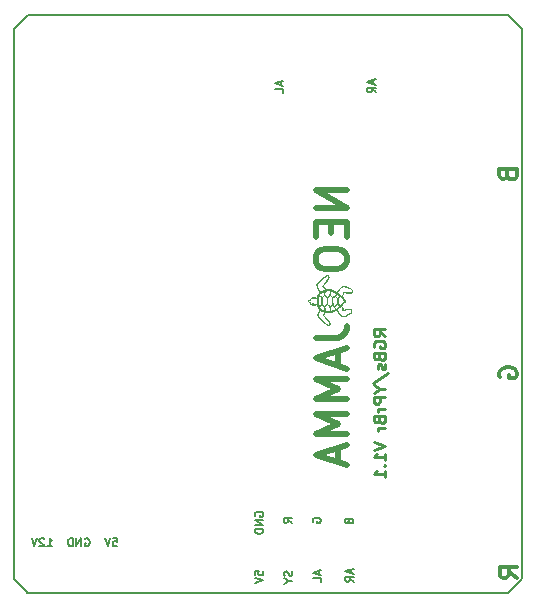
<source format=gbo>
G04 #@! TF.FileFunction,Legend,Bot*
%FSLAX46Y46*%
G04 Gerber Fmt 4.6, Leading zero omitted, Abs format (unit mm)*
G04 Created by KiCad (PCBNEW 4.0.7) date 03/11/20 10:05:13*
%MOMM*%
%LPD*%
G01*
G04 APERTURE LIST*
%ADD10C,0.100000*%
%ADD11C,0.175000*%
%ADD12C,0.250000*%
%ADD13C,0.500000*%
%ADD14C,0.150000*%
%ADD15C,0.300000*%
%ADD16C,0.010000*%
G04 APERTURE END LIST*
D10*
D11*
X139433333Y-92649667D02*
X139766666Y-92649667D01*
X139800000Y-92983000D01*
X139766666Y-92949667D01*
X139700000Y-92916333D01*
X139533333Y-92916333D01*
X139466666Y-92949667D01*
X139433333Y-92983000D01*
X139400000Y-93049667D01*
X139400000Y-93216333D01*
X139433333Y-93283000D01*
X139466666Y-93316333D01*
X139533333Y-93349667D01*
X139700000Y-93349667D01*
X139766666Y-93316333D01*
X139800000Y-93283000D01*
X139199999Y-92649667D02*
X138966666Y-93349667D01*
X138733333Y-92649667D01*
X137066667Y-92683000D02*
X137133333Y-92649667D01*
X137233333Y-92649667D01*
X137333333Y-92683000D01*
X137400000Y-92749667D01*
X137433333Y-92816333D01*
X137466667Y-92949667D01*
X137466667Y-93049667D01*
X137433333Y-93183000D01*
X137400000Y-93249667D01*
X137333333Y-93316333D01*
X137233333Y-93349667D01*
X137166667Y-93349667D01*
X137066667Y-93316333D01*
X137033333Y-93283000D01*
X137033333Y-93049667D01*
X137166667Y-93049667D01*
X136733333Y-93349667D02*
X136733333Y-92649667D01*
X136333333Y-93349667D01*
X136333333Y-92649667D01*
X136000000Y-93349667D02*
X136000000Y-92649667D01*
X135833334Y-92649667D01*
X135733334Y-92683000D01*
X135666667Y-92749667D01*
X135633334Y-92816333D01*
X135600000Y-92949667D01*
X135600000Y-93049667D01*
X135633334Y-93183000D01*
X135666667Y-93249667D01*
X135733334Y-93316333D01*
X135833334Y-93349667D01*
X136000000Y-93349667D01*
X133866668Y-93349667D02*
X134266668Y-93349667D01*
X134066668Y-93349667D02*
X134066668Y-92649667D01*
X134133334Y-92749667D01*
X134200001Y-92816333D01*
X134266668Y-92849667D01*
X133600001Y-92716333D02*
X133566667Y-92683000D01*
X133500001Y-92649667D01*
X133333334Y-92649667D01*
X133266667Y-92683000D01*
X133233334Y-92716333D01*
X133200001Y-92783000D01*
X133200001Y-92849667D01*
X133233334Y-92949667D01*
X133633334Y-93349667D01*
X133200001Y-93349667D01*
X133000000Y-92649667D02*
X132766667Y-93349667D01*
X132533334Y-92649667D01*
D12*
X162499381Y-75547333D02*
X162023190Y-75213999D01*
X162499381Y-74975904D02*
X161499381Y-74975904D01*
X161499381Y-75356857D01*
X161547000Y-75452095D01*
X161594619Y-75499714D01*
X161689857Y-75547333D01*
X161832714Y-75547333D01*
X161927952Y-75499714D01*
X161975571Y-75452095D01*
X162023190Y-75356857D01*
X162023190Y-74975904D01*
X161547000Y-76499714D02*
X161499381Y-76404476D01*
X161499381Y-76261619D01*
X161547000Y-76118761D01*
X161642238Y-76023523D01*
X161737476Y-75975904D01*
X161927952Y-75928285D01*
X162070810Y-75928285D01*
X162261286Y-75975904D01*
X162356524Y-76023523D01*
X162451762Y-76118761D01*
X162499381Y-76261619D01*
X162499381Y-76356857D01*
X162451762Y-76499714D01*
X162404143Y-76547333D01*
X162070810Y-76547333D01*
X162070810Y-76356857D01*
X161975571Y-77309238D02*
X162023190Y-77452095D01*
X162070810Y-77499714D01*
X162166048Y-77547333D01*
X162308905Y-77547333D01*
X162404143Y-77499714D01*
X162451762Y-77452095D01*
X162499381Y-77356857D01*
X162499381Y-76975904D01*
X161499381Y-76975904D01*
X161499381Y-77309238D01*
X161547000Y-77404476D01*
X161594619Y-77452095D01*
X161689857Y-77499714D01*
X161785095Y-77499714D01*
X161880333Y-77452095D01*
X161927952Y-77404476D01*
X161975571Y-77309238D01*
X161975571Y-76975904D01*
X162451762Y-77928285D02*
X162499381Y-78023523D01*
X162499381Y-78213999D01*
X162451762Y-78309238D01*
X162356524Y-78356857D01*
X162308905Y-78356857D01*
X162213667Y-78309238D01*
X162166048Y-78213999D01*
X162166048Y-78071142D01*
X162118429Y-77975904D01*
X162023190Y-77928285D01*
X161975571Y-77928285D01*
X161880333Y-77975904D01*
X161832714Y-78071142D01*
X161832714Y-78213999D01*
X161880333Y-78309238D01*
X161451762Y-79499714D02*
X162737476Y-78642571D01*
X162023190Y-80023523D02*
X162499381Y-80023523D01*
X161499381Y-79690190D02*
X162023190Y-80023523D01*
X161499381Y-80356857D01*
X162499381Y-80690190D02*
X161499381Y-80690190D01*
X161499381Y-81071143D01*
X161547000Y-81166381D01*
X161594619Y-81214000D01*
X161689857Y-81261619D01*
X161832714Y-81261619D01*
X161927952Y-81214000D01*
X161975571Y-81166381D01*
X162023190Y-81071143D01*
X162023190Y-80690190D01*
X162499381Y-81690190D02*
X161832714Y-81690190D01*
X162023190Y-81690190D02*
X161927952Y-81737809D01*
X161880333Y-81785428D01*
X161832714Y-81880666D01*
X161832714Y-81975905D01*
X161975571Y-82642572D02*
X162023190Y-82785429D01*
X162070810Y-82833048D01*
X162166048Y-82880667D01*
X162308905Y-82880667D01*
X162404143Y-82833048D01*
X162451762Y-82785429D01*
X162499381Y-82690191D01*
X162499381Y-82309238D01*
X161499381Y-82309238D01*
X161499381Y-82642572D01*
X161547000Y-82737810D01*
X161594619Y-82785429D01*
X161689857Y-82833048D01*
X161785095Y-82833048D01*
X161880333Y-82785429D01*
X161927952Y-82737810D01*
X161975571Y-82642572D01*
X161975571Y-82309238D01*
X162499381Y-83309238D02*
X161832714Y-83309238D01*
X162023190Y-83309238D02*
X161927952Y-83356857D01*
X161880333Y-83404476D01*
X161832714Y-83499714D01*
X161832714Y-83594953D01*
X161499381Y-84547334D02*
X162499381Y-84880667D01*
X161499381Y-85214001D01*
X162499381Y-86071144D02*
X162499381Y-85499715D01*
X162499381Y-85785429D02*
X161499381Y-85785429D01*
X161642238Y-85690191D01*
X161737476Y-85594953D01*
X161785095Y-85499715D01*
X162404143Y-86499715D02*
X162451762Y-86547334D01*
X162499381Y-86499715D01*
X162451762Y-86452096D01*
X162404143Y-86499715D01*
X162499381Y-86499715D01*
X162499381Y-87499715D02*
X162499381Y-86928286D01*
X162499381Y-87214000D02*
X161499381Y-87214000D01*
X161642238Y-87118762D01*
X161737476Y-87023524D01*
X161785095Y-86928286D01*
D13*
X159205190Y-63187620D02*
X156605190Y-63187620D01*
X159205190Y-64673334D01*
X156605190Y-64673334D01*
X157843286Y-65911430D02*
X157843286Y-66778096D01*
X159205190Y-67149525D02*
X159205190Y-65911430D01*
X156605190Y-65911430D01*
X156605190Y-67149525D01*
X156605190Y-68759049D02*
X156605190Y-69254287D01*
X156729000Y-69501906D01*
X156976619Y-69749525D01*
X157471857Y-69873334D01*
X158338524Y-69873334D01*
X158833762Y-69749525D01*
X159081381Y-69501906D01*
X159205190Y-69254287D01*
X159205190Y-68759049D01*
X159081381Y-68511430D01*
X158833762Y-68263811D01*
X158338524Y-68140001D01*
X157471857Y-68140001D01*
X156976619Y-68263811D01*
X156729000Y-68511430D01*
X156605190Y-68759049D01*
X156605190Y-75692382D02*
X158462333Y-75692382D01*
X158833762Y-75568572D01*
X159081381Y-75320953D01*
X159205190Y-74949525D01*
X159205190Y-74701906D01*
X158462333Y-76806667D02*
X158462333Y-78044762D01*
X159205190Y-76559048D02*
X156605190Y-77425715D01*
X159205190Y-78292381D01*
X159205190Y-79159048D02*
X156605190Y-79159048D01*
X158462333Y-80025714D01*
X156605190Y-80892381D01*
X159205190Y-80892381D01*
X159205190Y-82130477D02*
X156605190Y-82130477D01*
X158462333Y-82997143D01*
X156605190Y-83863810D01*
X159205190Y-83863810D01*
X158462333Y-84978096D02*
X158462333Y-86216191D01*
X159205190Y-84730477D02*
X156605190Y-85597144D01*
X159205190Y-86463810D01*
D14*
X131026000Y-96098000D02*
X131026000Y-49570000D01*
X174088000Y-96056000D02*
X174088000Y-49528000D01*
X174089000Y-49537000D02*
X172910000Y-48358000D01*
X172895000Y-97257000D02*
X174069000Y-96083000D01*
X131048000Y-49542000D02*
X132222000Y-48368000D01*
X132196000Y-97261000D02*
X131017000Y-96082000D01*
X132188000Y-97260000D02*
X172878000Y-97260000D01*
X132213000Y-48369000D02*
X172903000Y-48369000D01*
D15*
X173662571Y-95988286D02*
X172948286Y-95488286D01*
X173662571Y-95131143D02*
X172162571Y-95131143D01*
X172162571Y-95702571D01*
X172234000Y-95845429D01*
X172305429Y-95916857D01*
X172448286Y-95988286D01*
X172662571Y-95988286D01*
X172805429Y-95916857D01*
X172876857Y-95845429D01*
X172948286Y-95702571D01*
X172948286Y-95131143D01*
X172209000Y-79030857D02*
X172137571Y-78888000D01*
X172137571Y-78673714D01*
X172209000Y-78459429D01*
X172351857Y-78316571D01*
X172494714Y-78245143D01*
X172780429Y-78173714D01*
X172994714Y-78173714D01*
X173280429Y-78245143D01*
X173423286Y-78316571D01*
X173566143Y-78459429D01*
X173637571Y-78673714D01*
X173637571Y-78816571D01*
X173566143Y-79030857D01*
X173494714Y-79102286D01*
X172994714Y-79102286D01*
X172994714Y-78816571D01*
D11*
X161457667Y-53862333D02*
X161457667Y-54195667D01*
X161657667Y-53795667D02*
X160957667Y-54029000D01*
X161657667Y-54262333D01*
X161657667Y-54895667D02*
X161324333Y-54662333D01*
X161657667Y-54495667D02*
X160957667Y-54495667D01*
X160957667Y-54762333D01*
X160991000Y-54829000D01*
X161024333Y-54862333D01*
X161091000Y-54895667D01*
X161191000Y-54895667D01*
X161257667Y-54862333D01*
X161291000Y-54829000D01*
X161324333Y-54762333D01*
X161324333Y-54495667D01*
X153657667Y-53980000D02*
X153657667Y-54313334D01*
X153857667Y-53913334D02*
X153157667Y-54146667D01*
X153857667Y-54380000D01*
X153857667Y-54946667D02*
X153857667Y-54613334D01*
X153157667Y-54613334D01*
X151462667Y-95755667D02*
X151462667Y-95422334D01*
X151796000Y-95389000D01*
X151762667Y-95422334D01*
X151729333Y-95489000D01*
X151729333Y-95655667D01*
X151762667Y-95722334D01*
X151796000Y-95755667D01*
X151862667Y-95789000D01*
X152029333Y-95789000D01*
X152096000Y-95755667D01*
X152129333Y-95722334D01*
X152162667Y-95655667D01*
X152162667Y-95489000D01*
X152129333Y-95422334D01*
X152096000Y-95389000D01*
X151462667Y-95989001D02*
X152162667Y-96222334D01*
X151462667Y-96455667D01*
X151480000Y-90798667D02*
X151446667Y-90732001D01*
X151446667Y-90632001D01*
X151480000Y-90532001D01*
X151546667Y-90465334D01*
X151613333Y-90432001D01*
X151746667Y-90398667D01*
X151846667Y-90398667D01*
X151980000Y-90432001D01*
X152046667Y-90465334D01*
X152113333Y-90532001D01*
X152146667Y-90632001D01*
X152146667Y-90698667D01*
X152113333Y-90798667D01*
X152080000Y-90832001D01*
X151846667Y-90832001D01*
X151846667Y-90698667D01*
X152146667Y-91132001D02*
X151446667Y-91132001D01*
X152146667Y-91532001D01*
X151446667Y-91532001D01*
X152146667Y-91865334D02*
X151446667Y-91865334D01*
X151446667Y-92032000D01*
X151480000Y-92132000D01*
X151546667Y-92198667D01*
X151613333Y-92232000D01*
X151746667Y-92265334D01*
X151846667Y-92265334D01*
X151980000Y-92232000D01*
X152046667Y-92198667D01*
X152113333Y-92132000D01*
X152146667Y-92032000D01*
X152146667Y-91865334D01*
X154574667Y-91327667D02*
X154241333Y-91094333D01*
X154574667Y-90927667D02*
X153874667Y-90927667D01*
X153874667Y-91194333D01*
X153908000Y-91261000D01*
X153941333Y-91294333D01*
X154008000Y-91327667D01*
X154108000Y-91327667D01*
X154174667Y-91294333D01*
X154208000Y-91261000D01*
X154241333Y-91194333D01*
X154241333Y-90927667D01*
X156354000Y-91302333D02*
X156320667Y-91235667D01*
X156320667Y-91135667D01*
X156354000Y-91035667D01*
X156420667Y-90969000D01*
X156487333Y-90935667D01*
X156620667Y-90902333D01*
X156720667Y-90902333D01*
X156854000Y-90935667D01*
X156920667Y-90969000D01*
X156987333Y-91035667D01*
X157020667Y-91135667D01*
X157020667Y-91202333D01*
X156987333Y-91302333D01*
X156954000Y-91335667D01*
X156720667Y-91335667D01*
X156720667Y-91202333D01*
X159398000Y-91230000D02*
X159431333Y-91330000D01*
X159464667Y-91363333D01*
X159531333Y-91396667D01*
X159631333Y-91396667D01*
X159698000Y-91363333D01*
X159731333Y-91330000D01*
X159764667Y-91263333D01*
X159764667Y-90996667D01*
X159064667Y-90996667D01*
X159064667Y-91230000D01*
X159098000Y-91296667D01*
X159131333Y-91330000D01*
X159198000Y-91363333D01*
X159264667Y-91363333D01*
X159331333Y-91330000D01*
X159364667Y-91296667D01*
X159398000Y-91230000D01*
X159398000Y-90996667D01*
X154592333Y-95442000D02*
X154625667Y-95542000D01*
X154625667Y-95708667D01*
X154592333Y-95775334D01*
X154559000Y-95808667D01*
X154492333Y-95842000D01*
X154425667Y-95842000D01*
X154359000Y-95808667D01*
X154325667Y-95775334D01*
X154292333Y-95708667D01*
X154259000Y-95575334D01*
X154225667Y-95508667D01*
X154192333Y-95475334D01*
X154125667Y-95442000D01*
X154059000Y-95442000D01*
X153992333Y-95475334D01*
X153959000Y-95508667D01*
X153925667Y-95575334D01*
X153925667Y-95742000D01*
X153959000Y-95842000D01*
X154292333Y-96275334D02*
X154625667Y-96275334D01*
X153925667Y-96042001D02*
X154292333Y-96275334D01*
X153925667Y-96508667D01*
X156876667Y-95408000D02*
X156876667Y-95741334D01*
X157076667Y-95341334D02*
X156376667Y-95574667D01*
X157076667Y-95808000D01*
X157076667Y-96374667D02*
X157076667Y-96041334D01*
X156376667Y-96041334D01*
X159612667Y-95303333D02*
X159612667Y-95636667D01*
X159812667Y-95236667D02*
X159112667Y-95470000D01*
X159812667Y-95703333D01*
X159812667Y-96336667D02*
X159479333Y-96103333D01*
X159812667Y-95936667D02*
X159112667Y-95936667D01*
X159112667Y-96203333D01*
X159146000Y-96270000D01*
X159179333Y-96303333D01*
X159246000Y-96336667D01*
X159346000Y-96336667D01*
X159412667Y-96303333D01*
X159446000Y-96270000D01*
X159479333Y-96203333D01*
X159479333Y-95936667D01*
D15*
X172827857Y-61923143D02*
X172899286Y-62137429D01*
X172970714Y-62208857D01*
X173113571Y-62280286D01*
X173327857Y-62280286D01*
X173470714Y-62208857D01*
X173542143Y-62137429D01*
X173613571Y-61994571D01*
X173613571Y-61423143D01*
X172113571Y-61423143D01*
X172113571Y-61923143D01*
X172185000Y-62066000D01*
X172256429Y-62137429D01*
X172399286Y-62208857D01*
X172542143Y-62208857D01*
X172685000Y-62137429D01*
X172756429Y-62066000D01*
X172827857Y-61923143D01*
X172827857Y-61423143D01*
D16*
G36*
X155947094Y-72602268D02*
X155997621Y-72662446D01*
X156068346Y-72731065D01*
X156148234Y-72798256D01*
X156226248Y-72854150D01*
X156291355Y-72888877D01*
X156297536Y-72891074D01*
X156357508Y-72902916D01*
X156425116Y-72896926D01*
X156513096Y-72870628D01*
X156616816Y-72829006D01*
X156650691Y-72829066D01*
X156672505Y-72870852D01*
X156675639Y-72882735D01*
X156697835Y-72940082D01*
X156739255Y-73022044D01*
X156790967Y-73110954D01*
X156791377Y-73111611D01*
X156889607Y-73269123D01*
X156832469Y-73391011D01*
X156762807Y-73557945D01*
X156726598Y-73689818D01*
X156724164Y-73785415D01*
X156725967Y-73793644D01*
X156751690Y-73838159D01*
X156812347Y-73912350D01*
X156904589Y-74012503D01*
X157025065Y-74134904D01*
X157100381Y-74208653D01*
X157249118Y-74350155D01*
X157368885Y-74457335D01*
X157464953Y-74533398D01*
X157542593Y-74581547D01*
X157607077Y-74604985D01*
X157663676Y-74606916D01*
X157717661Y-74590545D01*
X157723950Y-74587629D01*
X157773039Y-74557150D01*
X157800417Y-74519684D01*
X157804037Y-74471237D01*
X157781850Y-74407815D01*
X157731808Y-74325425D01*
X157651864Y-74220072D01*
X157539969Y-74087763D01*
X157394076Y-73924505D01*
X157370769Y-73898894D01*
X157226238Y-73740349D01*
X157302338Y-73627039D01*
X157378438Y-73513728D01*
X157625024Y-73513314D01*
X157737591Y-73512162D01*
X157820515Y-73506440D01*
X157890783Y-73492078D01*
X157965382Y-73465005D01*
X158061298Y-73421152D01*
X158112554Y-73396495D01*
X158353500Y-73280091D01*
X158426716Y-73440444D01*
X158534550Y-73617456D01*
X158638282Y-73731643D01*
X158776632Y-73862489D01*
X158931082Y-73848484D01*
X159064545Y-73820957D01*
X159213620Y-73765926D01*
X159359670Y-73692226D01*
X159484056Y-73608693D01*
X159536906Y-73561320D01*
X159586295Y-73503953D01*
X159604901Y-73454952D01*
X159600869Y-73390046D01*
X159598755Y-73377078D01*
X159579069Y-73304246D01*
X159551841Y-73251511D01*
X159544700Y-73244042D01*
X159500107Y-73230140D01*
X159421741Y-73224842D01*
X159325711Y-73227149D01*
X159228128Y-73236063D01*
X159145101Y-73250585D01*
X159092742Y-73269717D01*
X159089293Y-73272269D01*
X159040793Y-73297954D01*
X158970737Y-73320615D01*
X158963820Y-73322237D01*
X158904497Y-73332898D01*
X158879378Y-73321502D01*
X158873334Y-73278104D01*
X158873052Y-73262575D01*
X158860377Y-73191555D01*
X158829723Y-73105266D01*
X158812889Y-73069856D01*
X158753874Y-72957013D01*
X158915637Y-72771533D01*
X158985338Y-72687923D01*
X159039964Y-72615374D01*
X159072053Y-72564176D01*
X159077400Y-72548478D01*
X159061649Y-72513408D01*
X159019540Y-72451571D01*
X158958790Y-72373880D01*
X158928518Y-72337922D01*
X158779637Y-72164939D01*
X158853013Y-72077046D01*
X158903483Y-71998650D01*
X158937420Y-71913443D01*
X158941641Y-71893777D01*
X158952122Y-71832816D01*
X158959137Y-71800334D01*
X158959996Y-71798674D01*
X158983772Y-71805510D01*
X159041303Y-71822721D01*
X159087786Y-71836774D01*
X159199185Y-71861061D01*
X159321982Y-71872911D01*
X159440916Y-71872376D01*
X159540723Y-71859506D01*
X159605148Y-71835059D01*
X159650062Y-71775748D01*
X159663718Y-71695088D01*
X159646161Y-71611740D01*
X159604450Y-71550538D01*
X159552618Y-71513314D01*
X159476182Y-71470417D01*
X159392583Y-71430300D01*
X159319264Y-71401415D01*
X159277267Y-71392000D01*
X159241174Y-71381694D01*
X159178594Y-71355680D01*
X159147602Y-71341200D01*
X159021717Y-71296036D01*
X159004597Y-71295827D01*
X159004597Y-71320497D01*
X159136554Y-71361381D01*
X159147602Y-71366600D01*
X159215876Y-71397182D01*
X159265899Y-71415284D01*
X159277267Y-71417400D01*
X159322752Y-71428685D01*
X159394659Y-71457106D01*
X159475355Y-71494504D01*
X159547206Y-71532725D01*
X159591750Y-71562852D01*
X159625856Y-71619796D01*
X159637459Y-71694818D01*
X159626923Y-71767662D01*
X159594613Y-71818072D01*
X159587069Y-71822906D01*
X159522560Y-71840450D01*
X159424703Y-71847957D01*
X159309877Y-71845778D01*
X159194459Y-71834263D01*
X159094829Y-71813762D01*
X159089800Y-71812280D01*
X159016121Y-71793067D01*
X158963534Y-71784798D01*
X158949487Y-71786264D01*
X158934178Y-71816262D01*
X158919194Y-71876094D01*
X158916937Y-71889044D01*
X158890877Y-71970801D01*
X158845912Y-72053786D01*
X158836646Y-72066640D01*
X158771266Y-72152358D01*
X158594133Y-72010243D01*
X158515379Y-71944590D01*
X158454620Y-71889243D01*
X158420921Y-71852675D01*
X158417000Y-71844612D01*
X158432595Y-71808348D01*
X158473924Y-71744712D01*
X158532801Y-71664151D01*
X158601041Y-71577111D01*
X158670456Y-71494035D01*
X158732863Y-71425372D01*
X158779571Y-71381947D01*
X158886774Y-71327303D01*
X159004597Y-71320497D01*
X159004597Y-71295827D01*
X158912719Y-71294699D01*
X158809740Y-71338466D01*
X158744371Y-71388616D01*
X158674154Y-71458884D01*
X158592803Y-71552795D01*
X158516716Y-71651301D01*
X158509325Y-71661666D01*
X158385858Y-71836500D01*
X158131295Y-71709500D01*
X158018924Y-71654210D01*
X157936475Y-71617869D01*
X157868540Y-71596501D01*
X157799706Y-71586133D01*
X157714563Y-71582789D01*
X157658492Y-71582575D01*
X157658492Y-71609415D01*
X157761115Y-71611494D01*
X157839207Y-71618943D01*
X157909419Y-71636077D01*
X157988402Y-71667210D01*
X158092809Y-71716659D01*
X158115692Y-71727889D01*
X158244579Y-71797366D01*
X158382386Y-71881373D01*
X158505605Y-71965299D01*
X158542369Y-71993074D01*
X158635971Y-72071938D01*
X158734788Y-72164230D01*
X158831529Y-72262015D01*
X158918903Y-72357359D01*
X158989620Y-72442327D01*
X159036388Y-72508984D01*
X159052000Y-72547700D01*
X159036109Y-72582587D01*
X158993440Y-72644558D01*
X158931494Y-72723207D01*
X158891619Y-72770153D01*
X158740049Y-72920836D01*
X158740049Y-72972917D01*
X158794424Y-73084838D01*
X158827741Y-73171902D01*
X158846946Y-73257889D01*
X158848800Y-73284344D01*
X158852005Y-73342603D01*
X158871443Y-73363011D01*
X158921849Y-73358496D01*
X158931350Y-73356770D01*
X159011405Y-73333319D01*
X159076145Y-73302680D01*
X159151913Y-73276753D01*
X159275908Y-73263245D01*
X159341329Y-73261325D01*
X159442462Y-73260971D01*
X159504137Y-73264976D01*
X159537681Y-73276471D01*
X159554421Y-73298586D01*
X159562302Y-73322400D01*
X159581049Y-73417334D01*
X159569302Y-73486289D01*
X159522122Y-73547186D01*
X159493436Y-73572305D01*
X159350881Y-73671117D01*
X159190815Y-73751542D01*
X159031347Y-73805502D01*
X158931305Y-73823064D01*
X158847205Y-73829167D01*
X158791293Y-73823892D01*
X158744091Y-73800346D01*
X158686121Y-73751634D01*
X158658897Y-73726638D01*
X158582812Y-73642956D01*
X158506728Y-73536975D01*
X158441273Y-73425691D01*
X158397073Y-73326101D01*
X158387597Y-73292755D01*
X158403477Y-73255460D01*
X158459470Y-73196105D01*
X158551959Y-73118478D01*
X158559474Y-73112638D01*
X158740049Y-72972917D01*
X158740049Y-72920836D01*
X158645585Y-73014748D01*
X158366400Y-73224621D01*
X158112637Y-73368987D01*
X158001528Y-73422447D01*
X157919353Y-73456817D01*
X157849898Y-73476299D01*
X157776950Y-73485094D01*
X157684295Y-73487405D01*
X157655437Y-73487461D01*
X157464673Y-73473987D01*
X157277374Y-73436267D01*
X157109601Y-73378453D01*
X156994217Y-73316528D01*
X156937333Y-73265422D01*
X156904491Y-73226896D01*
X156904491Y-73303447D01*
X156927666Y-73311092D01*
X156982770Y-73337245D01*
X157047419Y-73370726D01*
X157136918Y-73414071D01*
X157222283Y-73448184D01*
X157267650Y-73461547D01*
X157323619Y-73478483D01*
X157349914Y-73496707D01*
X157350200Y-73498395D01*
X157337082Y-73528966D01*
X157303461Y-73586118D01*
X157275519Y-73629152D01*
X157200838Y-73740349D01*
X157345369Y-73898478D01*
X157497968Y-74068215D01*
X157615800Y-74206416D01*
X157700828Y-74316642D01*
X157755014Y-74402452D01*
X157780320Y-74467405D01*
X157778707Y-74515063D01*
X157752137Y-74548983D01*
X157714652Y-74568462D01*
X157658384Y-74581911D01*
X157599392Y-74576901D01*
X157532269Y-74550077D01*
X157451612Y-74498082D01*
X157352013Y-74417562D01*
X157228069Y-74305161D01*
X157112598Y-74194736D01*
X156986084Y-74069175D01*
X156882535Y-73960655D01*
X156806149Y-73873849D01*
X156761124Y-73813425D01*
X156751062Y-73792428D01*
X156749519Y-73706782D01*
X156777072Y-73589892D01*
X156831461Y-73450480D01*
X156849874Y-73411300D01*
X156880743Y-73348700D01*
X156901016Y-73309320D01*
X156904491Y-73303447D01*
X156904491Y-73226896D01*
X156870155Y-73186617D01*
X156806941Y-73096885D01*
X156805203Y-73094118D01*
X156702500Y-72929872D01*
X156702500Y-72165527D01*
X156805203Y-72001281D01*
X156868068Y-71911479D01*
X156935336Y-71832085D01*
X156992752Y-71779871D01*
X156994217Y-71778871D01*
X157136856Y-71705249D01*
X157312569Y-71649971D01*
X157505699Y-71617031D01*
X157658492Y-71609415D01*
X157658492Y-71582575D01*
X157638883Y-71582500D01*
X157510076Y-71579510D01*
X157430681Y-71570580D01*
X157401204Y-71555772D01*
X157401017Y-71554225D01*
X157383638Y-71523730D01*
X157338097Y-71470979D01*
X157274353Y-71407488D01*
X157147707Y-71289025D01*
X157295489Y-71105562D01*
X157428409Y-70934899D01*
X157535864Y-70785095D01*
X157615348Y-70660080D01*
X157664353Y-70563785D01*
X157680400Y-70501861D01*
X157663886Y-70430147D01*
X157622908Y-70373902D01*
X157570314Y-70350609D01*
X157569258Y-70350599D01*
X157567359Y-70351228D01*
X157567359Y-70385237D01*
X157611860Y-70397337D01*
X157614550Y-70399450D01*
X157650142Y-70454858D01*
X157647294Y-70532477D01*
X157605332Y-70635312D01*
X157536435Y-70747696D01*
X157461586Y-70853614D01*
X157371481Y-70975092D01*
X157283510Y-71088770D01*
X157268862Y-71107076D01*
X157119853Y-71292052D01*
X157252173Y-71413720D01*
X157330825Y-71494401D01*
X157365607Y-71553846D01*
X157356820Y-71595910D01*
X157304765Y-71624447D01*
X157269366Y-71633475D01*
X157198874Y-71655715D01*
X157109279Y-71693630D01*
X157053485Y-71721387D01*
X156921870Y-71791634D01*
X156862985Y-71674367D01*
X156818528Y-71590203D01*
X156774380Y-71513324D01*
X156758559Y-71488147D01*
X156728075Y-71420828D01*
X156704143Y-71331178D01*
X156697980Y-71292218D01*
X156682942Y-71165241D01*
X157018492Y-70823931D01*
X157180417Y-70663483D01*
X157313675Y-70541235D01*
X157420857Y-70455341D01*
X157504555Y-70403957D01*
X157567359Y-70385237D01*
X157567359Y-70351228D01*
X157509242Y-70370491D01*
X157419603Y-70429368D01*
X157301798Y-70526033D01*
X157157286Y-70659289D01*
X156987522Y-70827939D01*
X156984835Y-70830686D01*
X156657571Y-71165488D01*
X156672807Y-71294133D01*
X156686086Y-71374070D01*
X156702931Y-71434289D01*
X156711963Y-71451839D01*
X156736504Y-71489742D01*
X156773163Y-71554983D01*
X156814541Y-71633226D01*
X156853239Y-71710135D01*
X156881859Y-71771376D01*
X156893000Y-71802582D01*
X156880389Y-71831506D01*
X156847076Y-71891120D01*
X156799839Y-71969390D01*
X156791796Y-71982275D01*
X156739092Y-72073894D01*
X156696993Y-72160898D01*
X156674358Y-72224915D01*
X156674042Y-72226435D01*
X156656509Y-72282203D01*
X156630656Y-72295909D01*
X156616496Y-72291671D01*
X156500201Y-72245555D01*
X156415373Y-72221991D01*
X156407719Y-72221588D01*
X156407719Y-72241985D01*
X156441406Y-72257926D01*
X156439333Y-72288622D01*
X156434027Y-72295836D01*
X156378035Y-72328767D01*
X156312383Y-72319468D01*
X156283354Y-72300050D01*
X156260854Y-72281802D01*
X156270888Y-72298713D01*
X156281385Y-72312750D01*
X156336644Y-72352501D01*
X156399920Y-72344837D01*
X156447053Y-72307998D01*
X156479981Y-72277433D01*
X156512680Y-72273308D01*
X156566053Y-72294347D01*
X156577990Y-72300002D01*
X156664400Y-72341208D01*
X156664400Y-72779591D01*
X156577990Y-72820797D01*
X156519333Y-72845769D01*
X156484716Y-72845783D01*
X156453237Y-72819563D01*
X156447053Y-72812801D01*
X156383506Y-72769248D01*
X156378750Y-72769630D01*
X156378750Y-72796711D01*
X156424279Y-72812589D01*
X156446146Y-72838590D01*
X156432082Y-72866322D01*
X156425665Y-72870366D01*
X156372386Y-72881177D01*
X156322460Y-72875871D01*
X156268796Y-72852643D01*
X156265039Y-72826200D01*
X156311235Y-72802219D01*
X156321829Y-72799347D01*
X156378750Y-72796711D01*
X156378750Y-72769630D01*
X156313150Y-72774906D01*
X156267850Y-72800199D01*
X156237010Y-72816832D01*
X156206235Y-72814639D01*
X156163750Y-72788602D01*
X156097779Y-72733704D01*
X156084398Y-72722029D01*
X156018024Y-72657511D01*
X155970840Y-72599323D01*
X155953200Y-72560588D01*
X155972693Y-72517224D01*
X156023577Y-72456858D01*
X156094454Y-72389874D01*
X156173926Y-72326657D01*
X156250598Y-72277590D01*
X156278914Y-72263831D01*
X156349734Y-72243165D01*
X156407719Y-72241985D01*
X156407719Y-72221588D01*
X156349270Y-72218504D01*
X156297536Y-72229725D01*
X156234628Y-72261375D01*
X156157540Y-72315330D01*
X156077305Y-72381722D01*
X156004960Y-72450680D01*
X155951539Y-72512336D01*
X155928078Y-72556820D01*
X155927800Y-72560400D01*
X155947094Y-72602268D01*
X155947094Y-72602268D01*
G37*
X155947094Y-72602268D02*
X155997621Y-72662446D01*
X156068346Y-72731065D01*
X156148234Y-72798256D01*
X156226248Y-72854150D01*
X156291355Y-72888877D01*
X156297536Y-72891074D01*
X156357508Y-72902916D01*
X156425116Y-72896926D01*
X156513096Y-72870628D01*
X156616816Y-72829006D01*
X156650691Y-72829066D01*
X156672505Y-72870852D01*
X156675639Y-72882735D01*
X156697835Y-72940082D01*
X156739255Y-73022044D01*
X156790967Y-73110954D01*
X156791377Y-73111611D01*
X156889607Y-73269123D01*
X156832469Y-73391011D01*
X156762807Y-73557945D01*
X156726598Y-73689818D01*
X156724164Y-73785415D01*
X156725967Y-73793644D01*
X156751690Y-73838159D01*
X156812347Y-73912350D01*
X156904589Y-74012503D01*
X157025065Y-74134904D01*
X157100381Y-74208653D01*
X157249118Y-74350155D01*
X157368885Y-74457335D01*
X157464953Y-74533398D01*
X157542593Y-74581547D01*
X157607077Y-74604985D01*
X157663676Y-74606916D01*
X157717661Y-74590545D01*
X157723950Y-74587629D01*
X157773039Y-74557150D01*
X157800417Y-74519684D01*
X157804037Y-74471237D01*
X157781850Y-74407815D01*
X157731808Y-74325425D01*
X157651864Y-74220072D01*
X157539969Y-74087763D01*
X157394076Y-73924505D01*
X157370769Y-73898894D01*
X157226238Y-73740349D01*
X157302338Y-73627039D01*
X157378438Y-73513728D01*
X157625024Y-73513314D01*
X157737591Y-73512162D01*
X157820515Y-73506440D01*
X157890783Y-73492078D01*
X157965382Y-73465005D01*
X158061298Y-73421152D01*
X158112554Y-73396495D01*
X158353500Y-73280091D01*
X158426716Y-73440444D01*
X158534550Y-73617456D01*
X158638282Y-73731643D01*
X158776632Y-73862489D01*
X158931082Y-73848484D01*
X159064545Y-73820957D01*
X159213620Y-73765926D01*
X159359670Y-73692226D01*
X159484056Y-73608693D01*
X159536906Y-73561320D01*
X159586295Y-73503953D01*
X159604901Y-73454952D01*
X159600869Y-73390046D01*
X159598755Y-73377078D01*
X159579069Y-73304246D01*
X159551841Y-73251511D01*
X159544700Y-73244042D01*
X159500107Y-73230140D01*
X159421741Y-73224842D01*
X159325711Y-73227149D01*
X159228128Y-73236063D01*
X159145101Y-73250585D01*
X159092742Y-73269717D01*
X159089293Y-73272269D01*
X159040793Y-73297954D01*
X158970737Y-73320615D01*
X158963820Y-73322237D01*
X158904497Y-73332898D01*
X158879378Y-73321502D01*
X158873334Y-73278104D01*
X158873052Y-73262575D01*
X158860377Y-73191555D01*
X158829723Y-73105266D01*
X158812889Y-73069856D01*
X158753874Y-72957013D01*
X158915637Y-72771533D01*
X158985338Y-72687923D01*
X159039964Y-72615374D01*
X159072053Y-72564176D01*
X159077400Y-72548478D01*
X159061649Y-72513408D01*
X159019540Y-72451571D01*
X158958790Y-72373880D01*
X158928518Y-72337922D01*
X158779637Y-72164939D01*
X158853013Y-72077046D01*
X158903483Y-71998650D01*
X158937420Y-71913443D01*
X158941641Y-71893777D01*
X158952122Y-71832816D01*
X158959137Y-71800334D01*
X158959996Y-71798674D01*
X158983772Y-71805510D01*
X159041303Y-71822721D01*
X159087786Y-71836774D01*
X159199185Y-71861061D01*
X159321982Y-71872911D01*
X159440916Y-71872376D01*
X159540723Y-71859506D01*
X159605148Y-71835059D01*
X159650062Y-71775748D01*
X159663718Y-71695088D01*
X159646161Y-71611740D01*
X159604450Y-71550538D01*
X159552618Y-71513314D01*
X159476182Y-71470417D01*
X159392583Y-71430300D01*
X159319264Y-71401415D01*
X159277267Y-71392000D01*
X159241174Y-71381694D01*
X159178594Y-71355680D01*
X159147602Y-71341200D01*
X159021717Y-71296036D01*
X159004597Y-71295827D01*
X159004597Y-71320497D01*
X159136554Y-71361381D01*
X159147602Y-71366600D01*
X159215876Y-71397182D01*
X159265899Y-71415284D01*
X159277267Y-71417400D01*
X159322752Y-71428685D01*
X159394659Y-71457106D01*
X159475355Y-71494504D01*
X159547206Y-71532725D01*
X159591750Y-71562852D01*
X159625856Y-71619796D01*
X159637459Y-71694818D01*
X159626923Y-71767662D01*
X159594613Y-71818072D01*
X159587069Y-71822906D01*
X159522560Y-71840450D01*
X159424703Y-71847957D01*
X159309877Y-71845778D01*
X159194459Y-71834263D01*
X159094829Y-71813762D01*
X159089800Y-71812280D01*
X159016121Y-71793067D01*
X158963534Y-71784798D01*
X158949487Y-71786264D01*
X158934178Y-71816262D01*
X158919194Y-71876094D01*
X158916937Y-71889044D01*
X158890877Y-71970801D01*
X158845912Y-72053786D01*
X158836646Y-72066640D01*
X158771266Y-72152358D01*
X158594133Y-72010243D01*
X158515379Y-71944590D01*
X158454620Y-71889243D01*
X158420921Y-71852675D01*
X158417000Y-71844612D01*
X158432595Y-71808348D01*
X158473924Y-71744712D01*
X158532801Y-71664151D01*
X158601041Y-71577111D01*
X158670456Y-71494035D01*
X158732863Y-71425372D01*
X158779571Y-71381947D01*
X158886774Y-71327303D01*
X159004597Y-71320497D01*
X159004597Y-71295827D01*
X158912719Y-71294699D01*
X158809740Y-71338466D01*
X158744371Y-71388616D01*
X158674154Y-71458884D01*
X158592803Y-71552795D01*
X158516716Y-71651301D01*
X158509325Y-71661666D01*
X158385858Y-71836500D01*
X158131295Y-71709500D01*
X158018924Y-71654210D01*
X157936475Y-71617869D01*
X157868540Y-71596501D01*
X157799706Y-71586133D01*
X157714563Y-71582789D01*
X157658492Y-71582575D01*
X157658492Y-71609415D01*
X157761115Y-71611494D01*
X157839207Y-71618943D01*
X157909419Y-71636077D01*
X157988402Y-71667210D01*
X158092809Y-71716659D01*
X158115692Y-71727889D01*
X158244579Y-71797366D01*
X158382386Y-71881373D01*
X158505605Y-71965299D01*
X158542369Y-71993074D01*
X158635971Y-72071938D01*
X158734788Y-72164230D01*
X158831529Y-72262015D01*
X158918903Y-72357359D01*
X158989620Y-72442327D01*
X159036388Y-72508984D01*
X159052000Y-72547700D01*
X159036109Y-72582587D01*
X158993440Y-72644558D01*
X158931494Y-72723207D01*
X158891619Y-72770153D01*
X158740049Y-72920836D01*
X158740049Y-72972917D01*
X158794424Y-73084838D01*
X158827741Y-73171902D01*
X158846946Y-73257889D01*
X158848800Y-73284344D01*
X158852005Y-73342603D01*
X158871443Y-73363011D01*
X158921849Y-73358496D01*
X158931350Y-73356770D01*
X159011405Y-73333319D01*
X159076145Y-73302680D01*
X159151913Y-73276753D01*
X159275908Y-73263245D01*
X159341329Y-73261325D01*
X159442462Y-73260971D01*
X159504137Y-73264976D01*
X159537681Y-73276471D01*
X159554421Y-73298586D01*
X159562302Y-73322400D01*
X159581049Y-73417334D01*
X159569302Y-73486289D01*
X159522122Y-73547186D01*
X159493436Y-73572305D01*
X159350881Y-73671117D01*
X159190815Y-73751542D01*
X159031347Y-73805502D01*
X158931305Y-73823064D01*
X158847205Y-73829167D01*
X158791293Y-73823892D01*
X158744091Y-73800346D01*
X158686121Y-73751634D01*
X158658897Y-73726638D01*
X158582812Y-73642956D01*
X158506728Y-73536975D01*
X158441273Y-73425691D01*
X158397073Y-73326101D01*
X158387597Y-73292755D01*
X158403477Y-73255460D01*
X158459470Y-73196105D01*
X158551959Y-73118478D01*
X158559474Y-73112638D01*
X158740049Y-72972917D01*
X158740049Y-72920836D01*
X158645585Y-73014748D01*
X158366400Y-73224621D01*
X158112637Y-73368987D01*
X158001528Y-73422447D01*
X157919353Y-73456817D01*
X157849898Y-73476299D01*
X157776950Y-73485094D01*
X157684295Y-73487405D01*
X157655437Y-73487461D01*
X157464673Y-73473987D01*
X157277374Y-73436267D01*
X157109601Y-73378453D01*
X156994217Y-73316528D01*
X156937333Y-73265422D01*
X156904491Y-73226896D01*
X156904491Y-73303447D01*
X156927666Y-73311092D01*
X156982770Y-73337245D01*
X157047419Y-73370726D01*
X157136918Y-73414071D01*
X157222283Y-73448184D01*
X157267650Y-73461547D01*
X157323619Y-73478483D01*
X157349914Y-73496707D01*
X157350200Y-73498395D01*
X157337082Y-73528966D01*
X157303461Y-73586118D01*
X157275519Y-73629152D01*
X157200838Y-73740349D01*
X157345369Y-73898478D01*
X157497968Y-74068215D01*
X157615800Y-74206416D01*
X157700828Y-74316642D01*
X157755014Y-74402452D01*
X157780320Y-74467405D01*
X157778707Y-74515063D01*
X157752137Y-74548983D01*
X157714652Y-74568462D01*
X157658384Y-74581911D01*
X157599392Y-74576901D01*
X157532269Y-74550077D01*
X157451612Y-74498082D01*
X157352013Y-74417562D01*
X157228069Y-74305161D01*
X157112598Y-74194736D01*
X156986084Y-74069175D01*
X156882535Y-73960655D01*
X156806149Y-73873849D01*
X156761124Y-73813425D01*
X156751062Y-73792428D01*
X156749519Y-73706782D01*
X156777072Y-73589892D01*
X156831461Y-73450480D01*
X156849874Y-73411300D01*
X156880743Y-73348700D01*
X156901016Y-73309320D01*
X156904491Y-73303447D01*
X156904491Y-73226896D01*
X156870155Y-73186617D01*
X156806941Y-73096885D01*
X156805203Y-73094118D01*
X156702500Y-72929872D01*
X156702500Y-72165527D01*
X156805203Y-72001281D01*
X156868068Y-71911479D01*
X156935336Y-71832085D01*
X156992752Y-71779871D01*
X156994217Y-71778871D01*
X157136856Y-71705249D01*
X157312569Y-71649971D01*
X157505699Y-71617031D01*
X157658492Y-71609415D01*
X157658492Y-71582575D01*
X157638883Y-71582500D01*
X157510076Y-71579510D01*
X157430681Y-71570580D01*
X157401204Y-71555772D01*
X157401017Y-71554225D01*
X157383638Y-71523730D01*
X157338097Y-71470979D01*
X157274353Y-71407488D01*
X157147707Y-71289025D01*
X157295489Y-71105562D01*
X157428409Y-70934899D01*
X157535864Y-70785095D01*
X157615348Y-70660080D01*
X157664353Y-70563785D01*
X157680400Y-70501861D01*
X157663886Y-70430147D01*
X157622908Y-70373902D01*
X157570314Y-70350609D01*
X157569258Y-70350599D01*
X157567359Y-70351228D01*
X157567359Y-70385237D01*
X157611860Y-70397337D01*
X157614550Y-70399450D01*
X157650142Y-70454858D01*
X157647294Y-70532477D01*
X157605332Y-70635312D01*
X157536435Y-70747696D01*
X157461586Y-70853614D01*
X157371481Y-70975092D01*
X157283510Y-71088770D01*
X157268862Y-71107076D01*
X157119853Y-71292052D01*
X157252173Y-71413720D01*
X157330825Y-71494401D01*
X157365607Y-71553846D01*
X157356820Y-71595910D01*
X157304765Y-71624447D01*
X157269366Y-71633475D01*
X157198874Y-71655715D01*
X157109279Y-71693630D01*
X157053485Y-71721387D01*
X156921870Y-71791634D01*
X156862985Y-71674367D01*
X156818528Y-71590203D01*
X156774380Y-71513324D01*
X156758559Y-71488147D01*
X156728075Y-71420828D01*
X156704143Y-71331178D01*
X156697980Y-71292218D01*
X156682942Y-71165241D01*
X157018492Y-70823931D01*
X157180417Y-70663483D01*
X157313675Y-70541235D01*
X157420857Y-70455341D01*
X157504555Y-70403957D01*
X157567359Y-70385237D01*
X157567359Y-70351228D01*
X157509242Y-70370491D01*
X157419603Y-70429368D01*
X157301798Y-70526033D01*
X157157286Y-70659289D01*
X156987522Y-70827939D01*
X156984835Y-70830686D01*
X156657571Y-71165488D01*
X156672807Y-71294133D01*
X156686086Y-71374070D01*
X156702931Y-71434289D01*
X156711963Y-71451839D01*
X156736504Y-71489742D01*
X156773163Y-71554983D01*
X156814541Y-71633226D01*
X156853239Y-71710135D01*
X156881859Y-71771376D01*
X156893000Y-71802582D01*
X156880389Y-71831506D01*
X156847076Y-71891120D01*
X156799839Y-71969390D01*
X156791796Y-71982275D01*
X156739092Y-72073894D01*
X156696993Y-72160898D01*
X156674358Y-72224915D01*
X156674042Y-72226435D01*
X156656509Y-72282203D01*
X156630656Y-72295909D01*
X156616496Y-72291671D01*
X156500201Y-72245555D01*
X156415373Y-72221991D01*
X156407719Y-72221588D01*
X156407719Y-72241985D01*
X156441406Y-72257926D01*
X156439333Y-72288622D01*
X156434027Y-72295836D01*
X156378035Y-72328767D01*
X156312383Y-72319468D01*
X156283354Y-72300050D01*
X156260854Y-72281802D01*
X156270888Y-72298713D01*
X156281385Y-72312750D01*
X156336644Y-72352501D01*
X156399920Y-72344837D01*
X156447053Y-72307998D01*
X156479981Y-72277433D01*
X156512680Y-72273308D01*
X156566053Y-72294347D01*
X156577990Y-72300002D01*
X156664400Y-72341208D01*
X156664400Y-72779591D01*
X156577990Y-72820797D01*
X156519333Y-72845769D01*
X156484716Y-72845783D01*
X156453237Y-72819563D01*
X156447053Y-72812801D01*
X156383506Y-72769248D01*
X156378750Y-72769630D01*
X156378750Y-72796711D01*
X156424279Y-72812589D01*
X156446146Y-72838590D01*
X156432082Y-72866322D01*
X156425665Y-72870366D01*
X156372386Y-72881177D01*
X156322460Y-72875871D01*
X156268796Y-72852643D01*
X156265039Y-72826200D01*
X156311235Y-72802219D01*
X156321829Y-72799347D01*
X156378750Y-72796711D01*
X156378750Y-72769630D01*
X156313150Y-72774906D01*
X156267850Y-72800199D01*
X156237010Y-72816832D01*
X156206235Y-72814639D01*
X156163750Y-72788602D01*
X156097779Y-72733704D01*
X156084398Y-72722029D01*
X156018024Y-72657511D01*
X155970840Y-72599323D01*
X155953200Y-72560588D01*
X155972693Y-72517224D01*
X156023577Y-72456858D01*
X156094454Y-72389874D01*
X156173926Y-72326657D01*
X156250598Y-72277590D01*
X156278914Y-72263831D01*
X156349734Y-72243165D01*
X156407719Y-72241985D01*
X156407719Y-72221588D01*
X156349270Y-72218504D01*
X156297536Y-72229725D01*
X156234628Y-72261375D01*
X156157540Y-72315330D01*
X156077305Y-72381722D01*
X156004960Y-72450680D01*
X155951539Y-72512336D01*
X155928078Y-72556820D01*
X155927800Y-72560400D01*
X155947094Y-72602268D01*
G36*
X156854900Y-73106500D02*
X156927418Y-73203813D01*
X156999720Y-73270703D01*
X157090198Y-73324017D01*
X157095004Y-73326373D01*
X157318227Y-73408689D01*
X157557760Y-73445071D01*
X157724726Y-73444538D01*
X157846701Y-73433070D01*
X157943480Y-73410642D01*
X158040507Y-73370379D01*
X158087443Y-73346500D01*
X158294115Y-73222998D01*
X158507409Y-73069362D01*
X158708740Y-72899561D01*
X158804350Y-72807677D01*
X158887061Y-72721138D01*
X158938641Y-72658236D01*
X158965831Y-72608748D01*
X158975371Y-72562454D01*
X158975800Y-72547700D01*
X158970230Y-72500374D01*
X158949028Y-72452913D01*
X158905453Y-72395096D01*
X158832763Y-72316702D01*
X158804350Y-72287722D01*
X158653231Y-72147110D01*
X158653231Y-72176053D01*
X158698594Y-72206216D01*
X158762275Y-72269241D01*
X158797883Y-72306279D01*
X158887338Y-72406758D01*
X158937411Y-72487617D01*
X158949591Y-72559405D01*
X158925370Y-72632667D01*
X158866237Y-72717953D01*
X158857556Y-72728653D01*
X158792769Y-72801568D01*
X158728160Y-72864675D01*
X158696687Y-72890395D01*
X158628661Y-72938834D01*
X158535530Y-72862067D01*
X158442400Y-72785301D01*
X158442400Y-72550278D01*
X158443571Y-72437303D01*
X158448678Y-72363197D01*
X158460107Y-72316053D01*
X158480245Y-72283962D01*
X158499550Y-72265172D01*
X158566459Y-72207288D01*
X158613436Y-72176996D01*
X158653231Y-72176053D01*
X158653231Y-72147110D01*
X158634704Y-72129871D01*
X158446858Y-71978635D01*
X158363100Y-71920196D01*
X158363100Y-71963500D01*
X158395760Y-71977160D01*
X158454646Y-72012431D01*
X158506492Y-72047404D01*
X158625529Y-72131309D01*
X158527614Y-72216827D01*
X158429700Y-72302345D01*
X158424543Y-72297363D01*
X158424543Y-72792464D01*
X158521913Y-72873282D01*
X158577807Y-72920577D01*
X158613246Y-72952299D01*
X158619742Y-72959450D01*
X158600903Y-72975703D01*
X158550077Y-73014728D01*
X158476447Y-73069539D01*
X158436050Y-73099150D01*
X158267277Y-73216257D01*
X158122444Y-73302719D01*
X157990608Y-73364823D01*
X157940894Y-73383608D01*
X157841024Y-73418844D01*
X157784566Y-73055700D01*
X157877337Y-72960450D01*
X157932042Y-72906802D01*
X157971924Y-72872314D01*
X157984004Y-72865326D01*
X158003666Y-72885040D01*
X158042591Y-72936900D01*
X158092784Y-73010181D01*
X158098781Y-73019290D01*
X158153998Y-73099919D01*
X158203236Y-73165619D01*
X158236162Y-73202630D01*
X158236986Y-73203313D01*
X158247159Y-73204748D01*
X158229676Y-73173443D01*
X158213576Y-73150541D01*
X158152842Y-73067582D01*
X158288692Y-72930023D01*
X158424543Y-72792464D01*
X158424543Y-72297363D01*
X158334925Y-72210782D01*
X158240151Y-72119218D01*
X158289448Y-72041359D01*
X158328087Y-71989965D01*
X158359403Y-71964197D01*
X158363100Y-71963500D01*
X158363100Y-71920196D01*
X158256554Y-71845856D01*
X158082781Y-71745017D01*
X157893962Y-71676067D01*
X157873463Y-71673214D01*
X157873463Y-71705001D01*
X157912224Y-71709120D01*
X157981614Y-71731904D01*
X158067895Y-71767272D01*
X158157332Y-71809145D01*
X158236186Y-71851441D01*
X158290721Y-71888081D01*
X158294481Y-71891355D01*
X158320466Y-71920524D01*
X158320213Y-71950594D01*
X158292192Y-72000196D01*
X158284586Y-72011867D01*
X158231597Y-72073636D01*
X158219653Y-72084168D01*
X158219653Y-72124005D01*
X158318326Y-72220357D01*
X158417000Y-72316709D01*
X158417000Y-72778035D01*
X158143154Y-73048479D01*
X158076877Y-72950943D01*
X158048238Y-72905419D01*
X158029287Y-72861499D01*
X158018039Y-72807412D01*
X158012511Y-72731389D01*
X158010717Y-72621660D01*
X158010600Y-72557879D01*
X158010600Y-72262350D01*
X158115126Y-72193178D01*
X158219653Y-72124005D01*
X158219653Y-72084168D01*
X158156168Y-72140151D01*
X158113239Y-72171263D01*
X157995160Y-72249399D01*
X157888078Y-72149513D01*
X157780995Y-72049628D01*
X157809840Y-71883987D01*
X157830184Y-71794027D01*
X157853811Y-71729755D01*
X157873463Y-71705001D01*
X157873463Y-71673214D01*
X157684769Y-71646951D01*
X157638667Y-71649154D01*
X157638667Y-71671788D01*
X157738185Y-71672656D01*
X157796118Y-71677222D01*
X157821657Y-71687712D01*
X157823996Y-71706348D01*
X157820783Y-71715850D01*
X157807173Y-71764185D01*
X157790019Y-71843238D01*
X157777128Y-71912700D01*
X157776318Y-71916189D01*
X157776318Y-72072799D01*
X157985200Y-72261511D01*
X157985200Y-72829490D01*
X157883531Y-72928766D01*
X157781863Y-73028043D01*
X157667631Y-72915933D01*
X157553400Y-72803823D01*
X157553400Y-72291576D01*
X157664859Y-72182188D01*
X157776318Y-72072799D01*
X157776318Y-71916189D01*
X157753616Y-72013993D01*
X157716700Y-72089936D01*
X157653648Y-72165971D01*
X157646824Y-72173100D01*
X157542724Y-72281100D01*
X157538675Y-72277127D01*
X157538675Y-72814299D01*
X157645181Y-72918828D01*
X157712970Y-72994009D01*
X157751882Y-73066244D01*
X157775286Y-73160794D01*
X157776284Y-73166528D01*
X157796023Y-73282498D01*
X157803976Y-73357170D01*
X157795212Y-73399584D01*
X157764796Y-73418778D01*
X157707797Y-73423790D01*
X157635950Y-73423653D01*
X157514139Y-73422176D01*
X157433596Y-73413921D01*
X157384787Y-73392263D01*
X157358180Y-73350578D01*
X157344241Y-73282243D01*
X157337012Y-73215944D01*
X157319140Y-73037988D01*
X157428908Y-72926144D01*
X157538675Y-72814299D01*
X157538675Y-72277127D01*
X157433762Y-72174161D01*
X157365084Y-72098116D01*
X157331794Y-72035818D01*
X157325405Y-71989961D01*
X157333297Y-71895373D01*
X157352583Y-71803243D01*
X157378808Y-71730064D01*
X157405513Y-71693473D01*
X157445747Y-71683284D01*
X157521767Y-71675640D01*
X157618570Y-71671933D01*
X157638667Y-71671788D01*
X157638667Y-71649154D01*
X157466019Y-71657406D01*
X157330471Y-71688420D01*
X157330471Y-71709395D01*
X157344134Y-71720405D01*
X157337985Y-71742366D01*
X157325480Y-71792450D01*
X157312821Y-71870319D01*
X157307686Y-71912700D01*
X157302957Y-71939854D01*
X157302957Y-72070714D01*
X157415478Y-72181145D01*
X157528000Y-72291576D01*
X157528000Y-72803823D01*
X157418418Y-72911369D01*
X157308837Y-73018914D01*
X157202518Y-72941898D01*
X157096200Y-72864881D01*
X157096200Y-72234468D01*
X157199578Y-72152591D01*
X157302957Y-72070714D01*
X157302957Y-71939854D01*
X157293141Y-71996220D01*
X157263063Y-72057072D01*
X157205064Y-72118416D01*
X157190804Y-72131208D01*
X157087428Y-72222716D01*
X157083500Y-72220138D01*
X157083500Y-72875715D01*
X157189046Y-72953007D01*
X157236083Y-72988567D01*
X157267795Y-73020592D01*
X157288205Y-73060205D01*
X157301330Y-73118532D01*
X157311192Y-73206699D01*
X157320221Y-73316050D01*
X157310157Y-73362872D01*
X157287424Y-73373200D01*
X157245057Y-73363400D01*
X157174178Y-73338056D01*
X157111441Y-73311901D01*
X156999743Y-73248994D01*
X156919370Y-73168223D01*
X156901593Y-73142950D01*
X156860930Y-73078772D01*
X156846869Y-73042718D01*
X156856991Y-73021216D01*
X156877439Y-73007399D01*
X156930858Y-72974458D01*
X156997833Y-72931633D01*
X157004012Y-72927607D01*
X157083500Y-72875715D01*
X157083500Y-72220138D01*
X157006066Y-72169308D01*
X156938959Y-72126060D01*
X156882527Y-72090982D01*
X156877529Y-72088000D01*
X156851699Y-72068620D01*
X156848338Y-72044322D01*
X156869857Y-72001537D01*
X156901622Y-71952405D01*
X156988946Y-71857196D01*
X157114787Y-71780568D01*
X157280046Y-71720465D01*
X157330471Y-71709395D01*
X157330471Y-71688420D01*
X157248528Y-71707170D01*
X157095004Y-71769026D01*
X157003272Y-71822125D01*
X156930547Y-71888040D01*
X156858434Y-71983618D01*
X156854900Y-71988900D01*
X156814443Y-72049585D01*
X156814443Y-72093315D01*
X156835816Y-72093609D01*
X156876284Y-72113352D01*
X156945324Y-72154770D01*
X157008050Y-72193177D01*
X157034515Y-72210831D01*
X157052274Y-72231788D01*
X157062796Y-72265307D01*
X157067550Y-72320650D01*
X157068005Y-72407077D01*
X157065632Y-72533848D01*
X157065200Y-72553396D01*
X157058100Y-72874438D01*
X156936705Y-72945714D01*
X156815311Y-73016990D01*
X156790655Y-72952141D01*
X156780201Y-72897461D01*
X156772717Y-72804579D01*
X156768197Y-72686008D01*
X156766636Y-72554260D01*
X156768025Y-72421846D01*
X156772359Y-72301278D01*
X156779632Y-72205068D01*
X156789837Y-72145728D01*
X156791074Y-72142154D01*
X156802688Y-72110239D01*
X156814443Y-72093315D01*
X156814443Y-72049585D01*
X156753300Y-72141300D01*
X156753300Y-72954100D01*
X156854900Y-73106500D01*
X156854900Y-73106500D01*
G37*
X156854900Y-73106500D02*
X156927418Y-73203813D01*
X156999720Y-73270703D01*
X157090198Y-73324017D01*
X157095004Y-73326373D01*
X157318227Y-73408689D01*
X157557760Y-73445071D01*
X157724726Y-73444538D01*
X157846701Y-73433070D01*
X157943480Y-73410642D01*
X158040507Y-73370379D01*
X158087443Y-73346500D01*
X158294115Y-73222998D01*
X158507409Y-73069362D01*
X158708740Y-72899561D01*
X158804350Y-72807677D01*
X158887061Y-72721138D01*
X158938641Y-72658236D01*
X158965831Y-72608748D01*
X158975371Y-72562454D01*
X158975800Y-72547700D01*
X158970230Y-72500374D01*
X158949028Y-72452913D01*
X158905453Y-72395096D01*
X158832763Y-72316702D01*
X158804350Y-72287722D01*
X158653231Y-72147110D01*
X158653231Y-72176053D01*
X158698594Y-72206216D01*
X158762275Y-72269241D01*
X158797883Y-72306279D01*
X158887338Y-72406758D01*
X158937411Y-72487617D01*
X158949591Y-72559405D01*
X158925370Y-72632667D01*
X158866237Y-72717953D01*
X158857556Y-72728653D01*
X158792769Y-72801568D01*
X158728160Y-72864675D01*
X158696687Y-72890395D01*
X158628661Y-72938834D01*
X158535530Y-72862067D01*
X158442400Y-72785301D01*
X158442400Y-72550278D01*
X158443571Y-72437303D01*
X158448678Y-72363197D01*
X158460107Y-72316053D01*
X158480245Y-72283962D01*
X158499550Y-72265172D01*
X158566459Y-72207288D01*
X158613436Y-72176996D01*
X158653231Y-72176053D01*
X158653231Y-72147110D01*
X158634704Y-72129871D01*
X158446858Y-71978635D01*
X158363100Y-71920196D01*
X158363100Y-71963500D01*
X158395760Y-71977160D01*
X158454646Y-72012431D01*
X158506492Y-72047404D01*
X158625529Y-72131309D01*
X158527614Y-72216827D01*
X158429700Y-72302345D01*
X158424543Y-72297363D01*
X158424543Y-72792464D01*
X158521913Y-72873282D01*
X158577807Y-72920577D01*
X158613246Y-72952299D01*
X158619742Y-72959450D01*
X158600903Y-72975703D01*
X158550077Y-73014728D01*
X158476447Y-73069539D01*
X158436050Y-73099150D01*
X158267277Y-73216257D01*
X158122444Y-73302719D01*
X157990608Y-73364823D01*
X157940894Y-73383608D01*
X157841024Y-73418844D01*
X157784566Y-73055700D01*
X157877337Y-72960450D01*
X157932042Y-72906802D01*
X157971924Y-72872314D01*
X157984004Y-72865326D01*
X158003666Y-72885040D01*
X158042591Y-72936900D01*
X158092784Y-73010181D01*
X158098781Y-73019290D01*
X158153998Y-73099919D01*
X158203236Y-73165619D01*
X158236162Y-73202630D01*
X158236986Y-73203313D01*
X158247159Y-73204748D01*
X158229676Y-73173443D01*
X158213576Y-73150541D01*
X158152842Y-73067582D01*
X158288692Y-72930023D01*
X158424543Y-72792464D01*
X158424543Y-72297363D01*
X158334925Y-72210782D01*
X158240151Y-72119218D01*
X158289448Y-72041359D01*
X158328087Y-71989965D01*
X158359403Y-71964197D01*
X158363100Y-71963500D01*
X158363100Y-71920196D01*
X158256554Y-71845856D01*
X158082781Y-71745017D01*
X157893962Y-71676067D01*
X157873463Y-71673214D01*
X157873463Y-71705001D01*
X157912224Y-71709120D01*
X157981614Y-71731904D01*
X158067895Y-71767272D01*
X158157332Y-71809145D01*
X158236186Y-71851441D01*
X158290721Y-71888081D01*
X158294481Y-71891355D01*
X158320466Y-71920524D01*
X158320213Y-71950594D01*
X158292192Y-72000196D01*
X158284586Y-72011867D01*
X158231597Y-72073636D01*
X158219653Y-72084168D01*
X158219653Y-72124005D01*
X158318326Y-72220357D01*
X158417000Y-72316709D01*
X158417000Y-72778035D01*
X158143154Y-73048479D01*
X158076877Y-72950943D01*
X158048238Y-72905419D01*
X158029287Y-72861499D01*
X158018039Y-72807412D01*
X158012511Y-72731389D01*
X158010717Y-72621660D01*
X158010600Y-72557879D01*
X158010600Y-72262350D01*
X158115126Y-72193178D01*
X158219653Y-72124005D01*
X158219653Y-72084168D01*
X158156168Y-72140151D01*
X158113239Y-72171263D01*
X157995160Y-72249399D01*
X157888078Y-72149513D01*
X157780995Y-72049628D01*
X157809840Y-71883987D01*
X157830184Y-71794027D01*
X157853811Y-71729755D01*
X157873463Y-71705001D01*
X157873463Y-71673214D01*
X157684769Y-71646951D01*
X157638667Y-71649154D01*
X157638667Y-71671788D01*
X157738185Y-71672656D01*
X157796118Y-71677222D01*
X157821657Y-71687712D01*
X157823996Y-71706348D01*
X157820783Y-71715850D01*
X157807173Y-71764185D01*
X157790019Y-71843238D01*
X157777128Y-71912700D01*
X157776318Y-71916189D01*
X157776318Y-72072799D01*
X157985200Y-72261511D01*
X157985200Y-72829490D01*
X157883531Y-72928766D01*
X157781863Y-73028043D01*
X157667631Y-72915933D01*
X157553400Y-72803823D01*
X157553400Y-72291576D01*
X157664859Y-72182188D01*
X157776318Y-72072799D01*
X157776318Y-71916189D01*
X157753616Y-72013993D01*
X157716700Y-72089936D01*
X157653648Y-72165971D01*
X157646824Y-72173100D01*
X157542724Y-72281100D01*
X157538675Y-72277127D01*
X157538675Y-72814299D01*
X157645181Y-72918828D01*
X157712970Y-72994009D01*
X157751882Y-73066244D01*
X157775286Y-73160794D01*
X157776284Y-73166528D01*
X157796023Y-73282498D01*
X157803976Y-73357170D01*
X157795212Y-73399584D01*
X157764796Y-73418778D01*
X157707797Y-73423790D01*
X157635950Y-73423653D01*
X157514139Y-73422176D01*
X157433596Y-73413921D01*
X157384787Y-73392263D01*
X157358180Y-73350578D01*
X157344241Y-73282243D01*
X157337012Y-73215944D01*
X157319140Y-73037988D01*
X157428908Y-72926144D01*
X157538675Y-72814299D01*
X157538675Y-72277127D01*
X157433762Y-72174161D01*
X157365084Y-72098116D01*
X157331794Y-72035818D01*
X157325405Y-71989961D01*
X157333297Y-71895373D01*
X157352583Y-71803243D01*
X157378808Y-71730064D01*
X157405513Y-71693473D01*
X157445747Y-71683284D01*
X157521767Y-71675640D01*
X157618570Y-71671933D01*
X157638667Y-71671788D01*
X157638667Y-71649154D01*
X157466019Y-71657406D01*
X157330471Y-71688420D01*
X157330471Y-71709395D01*
X157344134Y-71720405D01*
X157337985Y-71742366D01*
X157325480Y-71792450D01*
X157312821Y-71870319D01*
X157307686Y-71912700D01*
X157302957Y-71939854D01*
X157302957Y-72070714D01*
X157415478Y-72181145D01*
X157528000Y-72291576D01*
X157528000Y-72803823D01*
X157418418Y-72911369D01*
X157308837Y-73018914D01*
X157202518Y-72941898D01*
X157096200Y-72864881D01*
X157096200Y-72234468D01*
X157199578Y-72152591D01*
X157302957Y-72070714D01*
X157302957Y-71939854D01*
X157293141Y-71996220D01*
X157263063Y-72057072D01*
X157205064Y-72118416D01*
X157190804Y-72131208D01*
X157087428Y-72222716D01*
X157083500Y-72220138D01*
X157083500Y-72875715D01*
X157189046Y-72953007D01*
X157236083Y-72988567D01*
X157267795Y-73020592D01*
X157288205Y-73060205D01*
X157301330Y-73118532D01*
X157311192Y-73206699D01*
X157320221Y-73316050D01*
X157310157Y-73362872D01*
X157287424Y-73373200D01*
X157245057Y-73363400D01*
X157174178Y-73338056D01*
X157111441Y-73311901D01*
X156999743Y-73248994D01*
X156919370Y-73168223D01*
X156901593Y-73142950D01*
X156860930Y-73078772D01*
X156846869Y-73042718D01*
X156856991Y-73021216D01*
X156877439Y-73007399D01*
X156930858Y-72974458D01*
X156997833Y-72931633D01*
X157004012Y-72927607D01*
X157083500Y-72875715D01*
X157083500Y-72220138D01*
X157006066Y-72169308D01*
X156938959Y-72126060D01*
X156882527Y-72090982D01*
X156877529Y-72088000D01*
X156851699Y-72068620D01*
X156848338Y-72044322D01*
X156869857Y-72001537D01*
X156901622Y-71952405D01*
X156988946Y-71857196D01*
X157114787Y-71780568D01*
X157280046Y-71720465D01*
X157330471Y-71709395D01*
X157330471Y-71688420D01*
X157248528Y-71707170D01*
X157095004Y-71769026D01*
X157003272Y-71822125D01*
X156930547Y-71888040D01*
X156858434Y-71983618D01*
X156854900Y-71988900D01*
X156814443Y-72049585D01*
X156814443Y-72093315D01*
X156835816Y-72093609D01*
X156876284Y-72113352D01*
X156945324Y-72154770D01*
X157008050Y-72193177D01*
X157034515Y-72210831D01*
X157052274Y-72231788D01*
X157062796Y-72265307D01*
X157067550Y-72320650D01*
X157068005Y-72407077D01*
X157065632Y-72533848D01*
X157065200Y-72553396D01*
X157058100Y-72874438D01*
X156936705Y-72945714D01*
X156815311Y-73016990D01*
X156790655Y-72952141D01*
X156780201Y-72897461D01*
X156772717Y-72804579D01*
X156768197Y-72686008D01*
X156766636Y-72554260D01*
X156768025Y-72421846D01*
X156772359Y-72301278D01*
X156779632Y-72205068D01*
X156789837Y-72145728D01*
X156791074Y-72142154D01*
X156802688Y-72110239D01*
X156814443Y-72093315D01*
X156814443Y-72049585D01*
X156753300Y-72141300D01*
X156753300Y-72954100D01*
X156854900Y-73106500D01*
G36*
X156045807Y-72501631D02*
X156054800Y-72496900D01*
X156079057Y-72472967D01*
X156080200Y-72468501D01*
X156063792Y-72466768D01*
X156054800Y-72471500D01*
X156030542Y-72495432D01*
X156029400Y-72499898D01*
X156045807Y-72501631D01*
X156045807Y-72501631D01*
G37*
X156045807Y-72501631D02*
X156054800Y-72496900D01*
X156079057Y-72472967D01*
X156080200Y-72468501D01*
X156063792Y-72466768D01*
X156054800Y-72471500D01*
X156030542Y-72495432D01*
X156029400Y-72499898D01*
X156045807Y-72501631D01*
G36*
X156039674Y-72632675D02*
X156063285Y-72659729D01*
X156068999Y-72662000D01*
X156079438Y-72649945D01*
X156056046Y-72624849D01*
X156050875Y-72621474D01*
X156033494Y-72618480D01*
X156039674Y-72632675D01*
X156039674Y-72632675D01*
G37*
X156039674Y-72632675D02*
X156063285Y-72659729D01*
X156068999Y-72662000D01*
X156079438Y-72649945D01*
X156056046Y-72624849D01*
X156050875Y-72621474D01*
X156033494Y-72618480D01*
X156039674Y-72632675D01*
M02*

</source>
